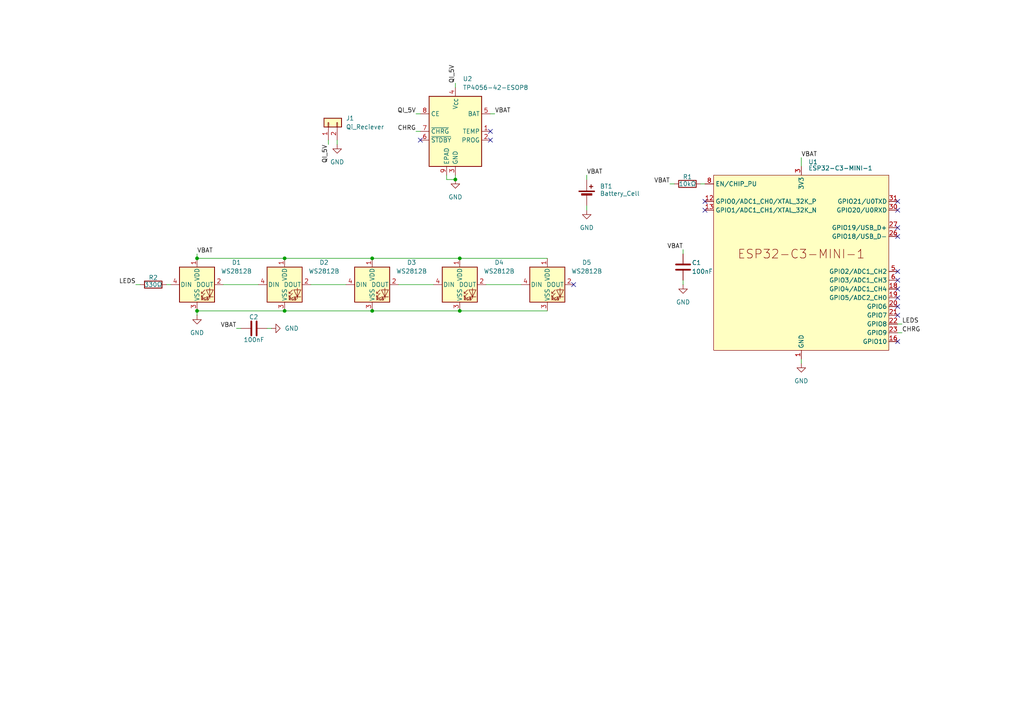
<source format=kicad_sch>
(kicad_sch (version 20250114) (generator "eeschema") (generator_version "9.0")
  (paper "A4")
  (lib_symbols
    (symbol "Battery_Management:TP4056-42-ESOP8"
      (property "Reference" "U" (at -6.604 11.684 0))
      (property "Value" "TP4056-42-ESOP8" (at 10.16 11.684 0))
      (symbol "TP4056-42-ESOP8_1_0"
        (pin input line (at -10.16 5.08 0) (length 2.54) (name "CE") (number "8"))
        (pin open_collector line (at -10.16 0 0) (length 2.54) (name "~{CHRG}") (number "7"))
        (pin open_collector line (at -10.16 -2.54 0) (length 2.54) (name "~{STDBY}") (number "6"))
        (pin passive line (at -2.54 -12.7 90) (length 2.54) (name "EPAD") (number "9"))
        (pin power_in line (at 0 12.7 270) (length 2.54) (name "V_{CC}") (number "4"))
        (pin power_in line (at 0 -12.7 90) (length 2.54) (name "GND") (number "3"))
        (pin power_out line (at 10.16 5.08 180) (length 2.54) (name "BAT") (number "5"))
        (pin input line (at 10.16 0 180) (length 2.54) (name "TEMP") (number "1"))
        (pin passive line (at 10.16 -2.54 180) (length 2.54) (name "PROG") (number "2"))
      )
      (symbol "TP4056-42-ESOP8_1_1"
        (rectangle (start -7.62 10.16) (end 7.62 -10.16) (stroke (width 0.254)) (fill (type background)))
      )
    )
    (symbol "Connector_Generic:Conn_01x02" (pin_names (offset 1.016) (hide yes))
      (property "Reference" "J" (at 0 2.54 0))
      (property "Value" "Conn_01x02" (at 0 -5.08 0))
      (symbol "Conn_01x02_1_1"
        (rectangle (start -1.27 1.27) (end 1.27 -3.81) (stroke (width 0.254)) (fill (type background)))
        (rectangle (start -1.27 0.127) (end 0 -0.127) (stroke (width 0.1524)))
        (rectangle (start -1.27 -2.413) (end 0 -2.667) (stroke (width 0.1524)))
        (pin passive line (at -5.08 0 0) (length 3.81) (name "Pin_1") (number "1"))
        (pin passive line (at -5.08 -2.54 0) (length 3.81) (name "Pin_2") (number "2"))
      )
    )
    (symbol "Device:Battery_Cell" (pin_numbers (hide yes)) (pin_names (offset 0) (hide yes))
      (property "Reference" "BT" (at 2.54 2.54 0))
      (property "Value" "Battery_Cell" (at 2.54 0 0))
      (symbol "Battery_Cell_0_1"
        (rectangle (start -2.286 1.778) (end 2.286 1.524) (fill (type outline)))
        (rectangle (start -1.524 1.016) (end 1.524 0.508) (fill (type outline)))
        (polyline (pts (xy 0 1.778) (xy 0 2.54)))
        (polyline (pts (xy 0 0.762) (xy 0 0)))
        (polyline (pts (xy 0.762 3.048) (xy 1.778 3.048)) (stroke (width 0.254)))
        (polyline (pts (xy 1.27 3.556) (xy 1.27 2.54)) (stroke (width 0.254)))
      )
      (symbol "Battery_Cell_1_1"
        (pin passive line (at 0 5.08 270) (length 2.54) (name "+") (number "1"))
        (pin passive line (at 0 -2.54 90) (length 2.54) (name "-") (number "2"))
      )
    )
    (symbol "Device:C" (pin_numbers (hide yes)) (pin_names (offset 0.254))
      (property "Reference" "C" (at 0.635 2.54 0))
      (property "Value" "C" (at 0.635 -2.54 0))
      (symbol "C_0_1"
        (polyline (pts (xy -2.032 0.762) (xy 2.032 0.762)) (stroke (width 0.508)))
        (polyline (pts (xy -2.032 -0.762) (xy 2.032 -0.762)) (stroke (width 0.508)))
      )
      (symbol "C_1_1"
        (pin passive line (at 0 3.81 270) (length 2.794) (name "~") (number "1"))
        (pin passive line (at 0 -3.81 90) (length 2.794) (name "~") (number "2"))
      )
    )
    (symbol "Device:R" (pin_numbers (hide yes)) (pin_names (offset 0))
      (property "Reference" "R" (at 2.032 0 90))
      (property "Value" "R" (at 0 0 90))
      (symbol "R_0_1"
        (rectangle (start -1.016 -2.54) (end 1.016 2.54) (stroke (width 0.254)))
      )
      (symbol "R_1_1"
        (pin passive line (at 0 3.81 270) (length 1.27) (name "~") (number "1"))
        (pin passive line (at 0 -3.81 90) (length 1.27) (name "~") (number "2"))
      )
    )
    (symbol "Espressif:ESP32-C3-MINI-1"
      (property "Reference" "U" (at -25.4 30.48 0))
      (property "Value" "ESP32-C3-MINI-1" (at -25.4 27.94 0))
      (symbol "ESP32-C3-MINI-1_0_0"
        (text "ESP32-C3-MINI-1" (at 0 2.54 0) (effects (font (size 2.54 2.54))))
      )
      (symbol "ESP32-C3-MINI-1_0_1"
        (rectangle (start -25.4 25.4) (end 25.4 -25.4) (fill (type background)))
      )
      (symbol "ESP32-C3-MINI-1_1_1"
        (pin input line (at -27.94 22.86 0) (length 2.54) (name "EN/CHIP_PU") (number "8"))
        (pin bidirectional line (at -27.94 17.78 0) (length 2.54) (name "GPIO0/ADC1_CH0/XTAL_32K_P") (number "12"))
        (pin bidirectional line (at -27.94 15.24 0) (length 2.54) (name "GPIO1/ADC1_CH1/XTAL_32K_N") (number "13"))
        (pin no_connect line (at -25.4 10.16 0) (length 2.54) (hide yes) (name "NC") (number "4"))
        (pin no_connect line (at -25.4 7.62 0) (length 2.54) (hide yes) (name "NC") (number "7"))
        (pin no_connect line (at -25.4 5.08 0) (length 2.54) (hide yes) (name "NC") (number "9"))
        (pin no_connect line (at -25.4 2.54 0) (length 2.54) (hide yes) (name "NC") (number "10"))
        (pin no_connect line (at -25.4 0 0) (length 2.54) (hide yes) (name "NC") (number "15"))
        (pin no_connect line (at -25.4 -2.54 0) (length 2.54) (hide yes) (name "NC") (number "17"))
        (pin no_connect line (at -25.4 -5.08 0) (length 2.54) (hide yes) (name "NC") (number "24"))
        (pin no_connect line (at -25.4 -7.62 0) (length 2.54) (hide yes) (name "NC") (number "25"))
        (pin no_connect line (at -25.4 -10.16 0) (length 2.54) (hide yes) (name "NC") (number "28"))
        (pin no_connect line (at -25.4 -12.7 0) (length 2.54) (hide yes) (name "NC") (number "29"))
        (pin no_connect line (at -25.4 -15.24 0) (length 2.54) (hide yes) (name "NC") (number "32"))
        (pin no_connect line (at -25.4 -17.78 0) (length 2.54) (hide yes) (name "NC") (number "33"))
        (pin no_connect line (at -25.4 -20.32 0) (length 2.54) (hide yes) (name "NC") (number "34"))
        (pin no_connect line (at -25.4 -22.86 0) (length 2.54) (hide yes) (name "NC") (number "35"))
        (pin power_in line (at 0 27.94 270) (length 2.54) (name "3V3") (number "3"))
        (pin power_in line (at 0 -27.94 90) (length 2.54) (name "GND") (number "1"))
        (pin passive line (at 0 -27.94 90) (length 2.54) (hide yes) (name "GND") (number "11"))
        (pin passive line (at 0 -27.94 90) (length 2.54) (hide yes) (name "GND") (number "14"))
        (pin passive line (at 0 -27.94 90) (length 2.54) (hide yes) (name "GND") (number "2"))
        (pin passive line (at 0 -27.94 90) (length 2.54) (hide yes) (name "GND") (number "36"))
        (pin passive line (at 0 -27.94 90) (length 2.54) (hide yes) (name "GND") (number "37"))
        (pin passive line (at 0 -27.94 90) (length 2.54) (hide yes) (name "GND") (number "38"))
        (pin passive line (at 0 -27.94 90) (length 2.54) (hide yes) (name "GND") (number "39"))
        (pin passive line (at 0 -27.94 90) (length 2.54) (hide yes) (name "GND") (number "40"))
        (pin passive line (at 0 -27.94 90) (length 2.54) (hide yes) (name "GND") (number "41"))
        (pin passive line (at 0 -27.94 90) (length 2.54) (hide yes) (name "GND") (number "42"))
        (pin passive line (at 0 -27.94 90) (length 2.54) (hide yes) (name "GND") (number "43"))
        (pin passive line (at 0 -27.94 90) (length 2.54) (hide yes) (name "GND") (number "44"))
        (pin passive line (at 0 -27.94 90) (length 2.54) (hide yes) (name "GND") (number "45"))
        (pin passive line (at 0 -27.94 90) (length 2.54) (hide yes) (name "GND") (number "46"))
        (pin passive line (at 0 -27.94 90) (length 2.54) (hide yes) (name "GND") (number "47"))
        (pin passive line (at 0 -27.94 90) (length 2.54) (hide yes) (name "GND") (number "48"))
        (pin passive line (at 0 -27.94 90) (length 2.54) (hide yes) (name "GND") (number "49"))
        (pin passive line (at 0 -27.94 90) (length 2.54) (hide yes) (name "GND") (number "50"))
        (pin passive line (at 0 -27.94 90) (length 2.54) (hide yes) (name "GND") (number "51"))
        (pin passive line (at 0 -27.94 90) (length 2.54) (hide yes) (name "GND") (number "52"))
        (pin passive line (at 0 -27.94 90) (length 2.54) (hide yes) (name "GND") (number "53"))
        (pin bidirectional line (at 27.94 17.78 180) (length 2.54) (name "GPIO21/U0TXD") (number "31"))
        (pin bidirectional line (at 27.94 15.24 180) (length 2.54) (name "GPIO20/U0RXD") (number "30"))
        (pin bidirectional line (at 27.94 10.16 180) (length 2.54) (name "GPIO19/USB_D+") (number "27"))
        (pin bidirectional line (at 27.94 7.62 180) (length 2.54) (name "GPIO18/USB_D-") (number "26"))
        (pin bidirectional line (at 27.94 -2.54 180) (length 2.54) (name "GPIO2/ADC1_CH2") (number "5"))
        (pin bidirectional line (at 27.94 -5.08 180) (length 2.54) (name "GPIO3/ADC1_CH3") (number "6"))
        (pin bidirectional line (at 27.94 -7.62 180) (length 2.54) (name "GPIO4/ADC1_CH4") (number "18"))
        (pin bidirectional line (at 27.94 -10.16 180) (length 2.54) (name "GPIO5/ADC2_CH0") (number "19"))
        (pin bidirectional line (at 27.94 -12.7 180) (length 2.54) (name "GPIO6") (number "20"))
        (pin bidirectional line (at 27.94 -15.24 180) (length 2.54) (name "GPIO7") (number "21"))
        (pin bidirectional line (at 27.94 -17.78 180) (length 2.54) (name "GPIO8") (number "22"))
        (pin bidirectional line (at 27.94 -20.32 180) (length 2.54) (name "GPIO9") (number "23"))
        (pin bidirectional line (at 27.94 -22.86 180) (length 2.54) (name "GPIO10") (number "16"))
      )
    )
    (symbol "LED:WS2812B" (pin_names (offset 0.254))
      (property "Reference" "D" (at 5.08 5.715 0))
      (property "Value" "WS2812B" (at 1.27 -5.715 0))
      (symbol "WS2812B_0_0"
        (text "RGB" (at 2.286 -4.191 0) (effects (font (size 0.762 0.762))))
      )
      (symbol "WS2812B_0_1"
        (polyline (pts (xy 1.27 -2.54) (xy 1.778 -2.54)))
        (polyline (pts (xy 1.27 -3.556) (xy 1.778 -3.556)))
        (polyline (pts (xy 2.286 -1.524) (xy 1.27 -2.54) (xy 1.27 -2.032)))
        (polyline (pts (xy 2.286 -2.54) (xy 1.27 -3.556) (xy 1.27 -3.048)))
        (polyline (pts (xy 3.683 -1.016) (xy 3.683 -3.556) (xy 3.683 -4.064)))
        (polyline (pts (xy 4.699 -1.524) (xy 2.667 -1.524) (xy 3.683 -3.556) (xy 4.699 -1.524)))
        (polyline (pts (xy 4.699 -3.556) (xy 2.667 -3.556)))
        (rectangle (start 5.08 5.08) (end -5.08 -5.08) (stroke (width 0.254)) (fill (type background)))
      )
      (symbol "WS2812B_1_1"
        (pin input line (at -7.62 0 0) (length 2.54) (name "DIN") (number "4"))
        (pin power_in line (at 0 7.62 270) (length 2.54) (name "VDD") (number "1"))
        (pin power_in line (at 0 -7.62 90) (length 2.54) (name "VSS") (number "3"))
        (pin output line (at 7.62 0 180) (length 2.54) (name "DOUT") (number "2"))
      )
    )
    (symbol "power:GND" (power) (pin_numbers (hide yes)) (pin_names (offset 0) (hide yes))
      (property "Value" "GND" (at 0 -3.81 0))
      (symbol "GND_0_1"
        (polyline (pts (xy 0 0) (xy 0 -1.27) (xy 1.27 -1.27) (xy 0 -2.54) (xy -1.27 -1.27) (xy 0 -1.27)))
      )
      (symbol "GND_1_1"
        (pin power_in line (at 0 0 270) (length 0) (name "~") (number "1"))
      )
    )
  )
  (junction (at 57.15 74.93))
  (junction (at 107.95 90.17))
  (junction (at 82.55 74.93))
  (junction (at 133.35 90.17))
  (junction (at 107.95 74.93))
  (junction (at 132.08 52.07))
  (junction (at 133.35 74.93))
  (junction (at 82.55 90.17))
  (junction (at 57.15 90.17))
  (no_connect (at 260.35 83.82))
  (no_connect (at 260.35 86.36))
  (no_connect (at 142.24 38.1))
  (no_connect (at 204.47 60.96))
  (no_connect (at 121.92 40.64))
  (no_connect (at 166.37 82.55))
  (no_connect (at 260.35 68.58))
  (no_connect (at 260.35 58.42))
  (no_connect (at 260.35 99.06))
  (no_connect (at 142.24 40.64))
  (no_connect (at 260.35 60.96))
  (no_connect (at 204.47 58.42))
  (no_connect (at 260.35 81.28))
  (no_connect (at 260.35 91.44))
  (no_connect (at 260.35 78.74))
  (no_connect (at 260.35 66.04))
  (no_connect (at 260.35 88.9))
  (wire (pts (xy 232.41 104.14) (xy 232.41 105.41)))
  (wire (pts (xy 170.18 50.8) (xy 170.18 52.07)))
  (wire (pts (xy 77.47 95.25) (xy 78.74 95.25)))
  (wire (pts (xy 133.35 74.93) (xy 158.75 74.93)))
  (wire (pts (xy 57.15 74.93) (xy 82.55 74.93)))
  (wire (pts (xy 232.41 45.72) (xy 232.41 48.26)))
  (wire (pts (xy 203.2 53.34) (xy 204.47 53.34)))
  (wire (pts (xy 57.15 90.17) (xy 82.55 90.17)))
  (wire (pts (xy 82.55 74.93) (xy 107.95 74.93)))
  (wire (pts (xy 39.37 82.55) (xy 40.64 82.55)))
  (wire (pts (xy 115.57 82.55) (xy 125.73 82.55)))
  (wire (pts (xy 170.18 59.69) (xy 170.18 60.96)))
  (wire (pts (xy 120.65 33.02) (xy 121.92 33.02)))
  (wire (pts (xy 97.79 40.64) (xy 97.79 41.91)))
  (wire (pts (xy 82.55 90.17) (xy 107.95 90.17)))
  (wire (pts (xy 194.31 53.34) (xy 195.58 53.34)))
  (wire (pts (xy 129.54 52.07) (xy 132.08 52.07)))
  (wire (pts (xy 140.97 82.55) (xy 151.13 82.55)))
  (wire (pts (xy 120.65 38.1) (xy 121.92 38.1)))
  (wire (pts (xy 107.95 90.17) (xy 133.35 90.17)))
  (wire (pts (xy 198.12 72.39) (xy 198.12 73.66)))
  (wire (pts (xy 198.12 81.28) (xy 198.12 82.55)))
  (wire (pts (xy 57.15 90.17) (xy 57.15 91.44)))
  (wire (pts (xy 132.08 50.8) (xy 132.08 52.07)))
  (wire (pts (xy 133.35 90.17) (xy 158.75 90.17)))
  (wire (pts (xy 57.15 73.66) (xy 57.15 74.93)))
  (wire (pts (xy 260.35 93.98) (xy 261.62 93.98)))
  (wire (pts (xy 90.17 82.55) (xy 100.33 82.55)))
  (wire (pts (xy 95.25 40.64) (xy 95.25 41.91)))
  (wire (pts (xy 68.58 95.25) (xy 69.85 95.25)))
  (wire (pts (xy 142.24 33.02) (xy 143.51 33.02)))
  (wire (pts (xy 48.26 82.55) (xy 49.53 82.55)))
  (wire (pts (xy 107.95 74.93) (xy 133.35 74.93)))
  (wire (pts (xy 132.08 24.13) (xy 132.08 25.4)))
  (wire (pts (xy 64.77 82.55) (xy 74.93 82.55)))
  (wire (pts (xy 129.54 50.8) (xy 129.54 52.07)))
  (wire (pts (xy 260.35 96.52) (xy 261.62 96.52)))
  (label "VBAT" (at 143.51 33.02 0))
  (label "LEDS" (at 39.37 82.55 180))
  (label "VBAT" (at 232.41 45.72 0))
  (label "VBAT" (at 194.31 53.34 180))
  (label "CHRG" (at 120.65 38.1 180))
  (label "VBAT" (at 170.18 50.8 0))
  (label "VBAT" (at 198.12 72.39 180))
  (label "QI_5V" (at 95.25 41.91 270))
  (label "QI_5V" (at 132.08 24.13 90))
  (label "VBAT" (at 68.58 95.25 180))
  (label "LEDS" (at 261.62 93.98 0))
  (label "VBAT" (at 57.15 73.66 0))
  (label "CHRG" (at 261.62 96.52 0))
  (label "QI_5V" (at 120.65 33.02 180))
  (symbol (lib_id "LED:WS2812B") (at 158.75 82.55 0) (unit 1)
    (property "Reference" "D5" (at 170.18 76.1298 0))
    (property "Value" "WS2812B" (at 170.18 78.6698 0))
    (property "Footprint" "LED_SMD:LED_WS2812B_PLCC4_5.0x5.0mm_P3.2mm" (effects (hide yes)))
    (property "Datasheet" "https://cdn-shop.adafruit.com/datasheets/WS2812B.pdf" (effects (hide yes)))
    (property "Description" "RGB LED with integrated controller" (effects (hide yes)))
  )
  (symbol (lib_id "power:GND") (at 198.12 82.55 0) (unit 1)
    (property "Reference" "#PWR06" (effects (hide yes)))
    (property "Value" "GND" (at 198.12 87.63 0))
    (property "Description" "Power symbol creates a global label with name \"GND\" , ground" (effects (hide yes)))
  )
  (symbol (lib_id "Device:R") (at 44.45 82.55 90) (unit 1)
    (property "Reference" "R2" (at 44.45 80.518 90))
    (property "Value" "330Ω" (at 44.45 82.55 90))
    (property "Description" "Resistor" (effects (hide yes)))
  )
  (symbol (lib_id "LED:WS2812B") (at 133.35 82.55 0) (unit 1)
    (property "Reference" "D4" (at 144.78 76.1298 0))
    (property "Value" "WS2812B" (at 144.78 78.6698 0))
    (property "Footprint" "LED_SMD:LED_WS2812B_PLCC4_5.0x5.0mm_P3.2mm" (effects (hide yes)))
    (property "Datasheet" "https://cdn-shop.adafruit.com/datasheets/WS2812B.pdf" (effects (hide yes)))
    (property "Description" "RGB LED with integrated controller" (effects (hide yes)))
  )
  (symbol (lib_id "Battery_Management:TP4056-42-ESOP8") (at 132.08 38.1 0) (unit 1)
    (property "Reference" "U2" (at 134.2233 22.86 0) (effects (justify left)))
    (property "Value" "TP4056-42-ESOP8" (at 134.2233 25.4 0) (effects (justify left)))
    (property "Footprint" "Package_SO:SOIC-8-1EP_3.9x4.9mm_P1.27mm_EP2.41x3.3mm_ThermalVias" (effects (hide yes)))
    (property "Datasheet" "https://www.lcsc.com/datasheet/lcsc_datasheet_2410121619_TOPPOWER-Nanjing-Extension-Microelectronics-TP4056-42-ESOP8_C16581.pdf" (effects (hide yes)))
    (property "Description" "1A Standalone Linear Li-ion/LiPo single-cell battery charger, 4.2V ±1% charge voltage, VCC = 4.0..8.0V, SOIC-8 (SOP-8)" (effects (hide yes)))
  )
  (symbol (lib_id "Device:Battery_Cell") (at 170.18 57.15 0) (unit 1)
    (property "Reference" "BT1" (at 173.99 54.0384 0) (effects (justify left)))
    (property "Value" "Battery_Cell" (at 173.99 56.134 0) (effects (justify left)))
    (property "Description" "Single-cell battery" (effects (hide yes)))
  )
  (symbol (lib_id "LED:WS2812B") (at 82.55 82.55 0) (unit 1)
    (property "Reference" "D2" (at 93.98 76.1298 0))
    (property "Value" "WS2812B" (at 93.98 78.6698 0))
    (property "Footprint" "LED_SMD:LED_WS2812B_PLCC4_5.0x5.0mm_P3.2mm" (effects (hide yes)))
    (property "Datasheet" "https://cdn-shop.adafruit.com/datasheets/WS2812B.pdf" (effects (hide yes)))
    (property "Description" "RGB LED with integrated controller" (effects (hide yes)))
  )
  (symbol (lib_id "LED:WS2812B") (at 57.15 82.55 0) (unit 1)
    (property "Reference" "D1" (at 68.58 76.1298 0))
    (property "Value" "WS2812B" (at 68.58 78.6698 0))
    (property "Footprint" "LED_SMD:LED_WS2812B_PLCC4_5.0x5.0mm_P3.2mm" (effects (hide yes)))
    (property "Datasheet" "https://cdn-shop.adafruit.com/datasheets/WS2812B.pdf" (effects (hide yes)))
    (property "Description" "RGB LED with integrated controller" (effects (hide yes)))
  )
  (symbol (lib_id "power:GND") (at 97.79 41.91 0) (unit 1)
    (property "Reference" "#PWR04" (effects (hide yes)))
    (property "Value" "GND" (at 97.79 46.99 0))
    (property "Description" "Power symbol creates a global label with name \"GND\" , ground" (effects (hide yes)))
  )
  (symbol (lib_id "LED:WS2812B") (at 107.95 82.55 0) (unit 1)
    (property "Reference" "D3" (at 119.38 76.1298 0))
    (property "Value" "WS2812B" (at 119.38 78.6698 0))
    (property "Footprint" "LED_SMD:LED_WS2812B_PLCC4_5.0x5.0mm_P3.2mm" (effects (hide yes)))
    (property "Datasheet" "https://cdn-shop.adafruit.com/datasheets/WS2812B.pdf" (effects (hide yes)))
    (property "Description" "RGB LED with integrated controller" (effects (hide yes)))
  )
  (symbol (lib_id "Device:R") (at 199.39 53.34 90) (unit 1)
    (property "Reference" "R1" (at 199.39 51.308 90))
    (property "Value" "10kΩ" (at 199.39 53.34 90))
    (property "Description" "Resistor" (effects (hide yes)))
  )
  (symbol (lib_id "Connector_Generic:Conn_01x02") (at 95.25 35.56 90) (unit 1)
    (property "Reference" "J1" (at 100.33 34.2899 90) (effects (justify right)))
    (property "Value" "Qi_Reciever" (at 100.33 36.8299 90) (effects (justify right)))
    (property "Description" "Generic connector, single row, 01x02, script generated (kicad-library-utils/schlib/autogen/connector/)" (effects (hide yes)))
  )
  (symbol (lib_id "power:GND") (at 170.18 60.96 0) (unit 1)
    (property "Reference" "#PWR01" (effects (hide yes)))
    (property "Value" "GND" (at 170.18 66.04 0))
    (property "Description" "Power symbol creates a global label with name \"GND\" , ground" (effects (hide yes)))
  )
  (symbol (lib_id "power:GND") (at 57.15 91.44 0) (unit 1)
    (property "Reference" "#PWR03" (effects (hide yes)))
    (property "Value" "GND" (at 57.15 96.52 0))
    (property "Description" "Power symbol creates a global label with name \"GND\" , ground" (effects (hide yes)))
  )
  (symbol (lib_id "Device:C") (at 73.66 95.25 90) (unit 1)
    (property "Reference" "C2" (at 74.93 91.948 90) (effects (justify left)))
    (property "Value" "100nF" (at 76.708 98.552 90) (effects (justify left)))
    (property "Description" "Unpolarized capacitor" (effects (hide yes)))
  )
  (symbol (lib_id "Device:C") (at 198.12 77.47 0) (unit 1)
    (property "Reference" "C1" (at 200.66 76.2 0) (effects (justify left)))
    (property "Value" "100nF" (at 200.66 78.74 0) (effects (justify left)))
    (property "Description" "Unpolarized capacitor" (effects (hide yes)))
  )
  (symbol (lib_id "Espressif:ESP32-C3-MINI-1") (at 232.41 76.2 0) (unit 1)
    (property "Reference" "U1" (at 234.442 46.99 0) (effects (justify left)))
    (property "Value" "ESP32-C3-MINI-1" (at 234.442 48.768 0) (effects (justify left)))
    (property "Footprint" "PCM_Espressif:ESP32-C3-MINI-1" (effects (hide yes)))
    (property "Datasheet" "https://www.espressif.com/sites/default/files/documentation/esp32-c3-mini-1_datasheet_en.pdf" (effects (hide yes)))
    (property "Description" "ESP32-C3-MINI-1 family is an ultra-low-power MCU-based SoC solution that supports 2.4 GHz Wi-Fi and Bluetooth®Low Energy (Bluetooth LE)." (effects (hide yes)))
  )
  (symbol (lib_id "power:GND") (at 132.08 52.07 0) (unit 1)
    (property "Reference" "#PWR05" (effects (hide yes)))
    (property "Value" "GND" (at 132.08 57.15 0))
    (property "Description" "Power symbol creates a global label with name \"GND\" , ground" (effects (hide yes)))
  )
  (symbol (lib_id "power:GND") (at 78.74 95.25 90) (unit 1)
    (property "Reference" "#PWR07" (effects (hide yes)))
    (property "Value" "GND" (at 82.55 95.2499 90) (effects (justify right)))
    (property "Description" "Power symbol creates a global label with name \"GND\" , ground" (effects (hide yes)))
  )
  (symbol (lib_id "power:GND") (at 232.41 105.41 0) (unit 1)
    (property "Reference" "#PWR02" (effects (hide yes)))
    (property "Value" "GND" (at 232.41 110.49 0))
    (property "Description" "Power symbol creates a global label with name \"GND\" , ground" (effects (hide yes)))
  )
)
</source>
